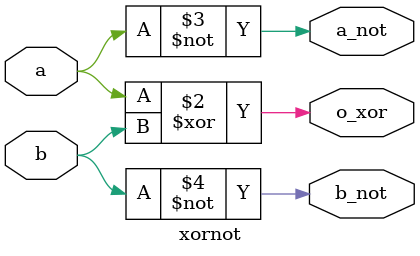
<source format=v>
module xornot (
    input a,
    input b,
    output reg o_xor,
    output reg a_not,
    output reg b_not
);

    always @(*) begin
        o_xor  = a ^ b;
        a_not  = ~a;
        b_not  = ~b;
    end

endmodule

</source>
